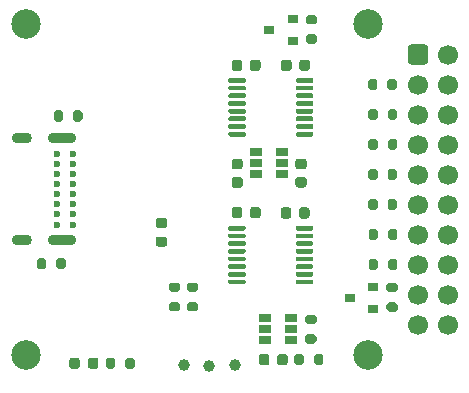
<source format=gts>
G04 #@! TF.GenerationSoftware,KiCad,Pcbnew,(5.1.10-1-10_14)*
G04 #@! TF.CreationDate,2022-01-16T16:12:51+09:00*
G04 #@! TF.ProjectId,ft2232_jtag_tap,66743232-3332-45f6-9a74-61675f746170,rev?*
G04 #@! TF.SameCoordinates,Original*
G04 #@! TF.FileFunction,Soldermask,Top*
G04 #@! TF.FilePolarity,Negative*
%FSLAX46Y46*%
G04 Gerber Fmt 4.6, Leading zero omitted, Abs format (unit mm)*
G04 Created by KiCad (PCBNEW (5.1.10-1-10_14)) date 2022-01-16 16:12:51*
%MOMM*%
%LPD*%
G01*
G04 APERTURE LIST*
%ADD10O,1.700000X0.900000*%
%ADD11O,2.400000X0.900000*%
%ADD12C,0.600000*%
%ADD13R,1.060000X0.650000*%
%ADD14C,1.000000*%
%ADD15R,0.900000X0.800000*%
%ADD16C,1.700000*%
%ADD17C,2.500000*%
G04 APERTURE END LIST*
G36*
G01*
X75865000Y-107875000D02*
X75865000Y-107675000D01*
G75*
G02*
X75965000Y-107575000I100000J0D01*
G01*
X77240000Y-107575000D01*
G75*
G02*
X77340000Y-107675000I0J-100000D01*
G01*
X77340000Y-107875000D01*
G75*
G02*
X77240000Y-107975000I-100000J0D01*
G01*
X75965000Y-107975000D01*
G75*
G02*
X75865000Y-107875000I0J100000D01*
G01*
G37*
G36*
G01*
X75865000Y-108525000D02*
X75865000Y-108325000D01*
G75*
G02*
X75965000Y-108225000I100000J0D01*
G01*
X77240000Y-108225000D01*
G75*
G02*
X77340000Y-108325000I0J-100000D01*
G01*
X77340000Y-108525000D01*
G75*
G02*
X77240000Y-108625000I-100000J0D01*
G01*
X75965000Y-108625000D01*
G75*
G02*
X75865000Y-108525000I0J100000D01*
G01*
G37*
G36*
G01*
X75865000Y-109175000D02*
X75865000Y-108975000D01*
G75*
G02*
X75965000Y-108875000I100000J0D01*
G01*
X77240000Y-108875000D01*
G75*
G02*
X77340000Y-108975000I0J-100000D01*
G01*
X77340000Y-109175000D01*
G75*
G02*
X77240000Y-109275000I-100000J0D01*
G01*
X75965000Y-109275000D01*
G75*
G02*
X75865000Y-109175000I0J100000D01*
G01*
G37*
G36*
G01*
X75865000Y-109825000D02*
X75865000Y-109625000D01*
G75*
G02*
X75965000Y-109525000I100000J0D01*
G01*
X77240000Y-109525000D01*
G75*
G02*
X77340000Y-109625000I0J-100000D01*
G01*
X77340000Y-109825000D01*
G75*
G02*
X77240000Y-109925000I-100000J0D01*
G01*
X75965000Y-109925000D01*
G75*
G02*
X75865000Y-109825000I0J100000D01*
G01*
G37*
G36*
G01*
X75865000Y-110475000D02*
X75865000Y-110275000D01*
G75*
G02*
X75965000Y-110175000I100000J0D01*
G01*
X77240000Y-110175000D01*
G75*
G02*
X77340000Y-110275000I0J-100000D01*
G01*
X77340000Y-110475000D01*
G75*
G02*
X77240000Y-110575000I-100000J0D01*
G01*
X75965000Y-110575000D01*
G75*
G02*
X75865000Y-110475000I0J100000D01*
G01*
G37*
G36*
G01*
X75865000Y-111125000D02*
X75865000Y-110925000D01*
G75*
G02*
X75965000Y-110825000I100000J0D01*
G01*
X77240000Y-110825000D01*
G75*
G02*
X77340000Y-110925000I0J-100000D01*
G01*
X77340000Y-111125000D01*
G75*
G02*
X77240000Y-111225000I-100000J0D01*
G01*
X75965000Y-111225000D01*
G75*
G02*
X75865000Y-111125000I0J100000D01*
G01*
G37*
G36*
G01*
X75865000Y-111775000D02*
X75865000Y-111575000D01*
G75*
G02*
X75965000Y-111475000I100000J0D01*
G01*
X77240000Y-111475000D01*
G75*
G02*
X77340000Y-111575000I0J-100000D01*
G01*
X77340000Y-111775000D01*
G75*
G02*
X77240000Y-111875000I-100000J0D01*
G01*
X75965000Y-111875000D01*
G75*
G02*
X75865000Y-111775000I0J100000D01*
G01*
G37*
G36*
G01*
X75865000Y-112425000D02*
X75865000Y-112225000D01*
G75*
G02*
X75965000Y-112125000I100000J0D01*
G01*
X77240000Y-112125000D01*
G75*
G02*
X77340000Y-112225000I0J-100000D01*
G01*
X77340000Y-112425000D01*
G75*
G02*
X77240000Y-112525000I-100000J0D01*
G01*
X75965000Y-112525000D01*
G75*
G02*
X75865000Y-112425000I0J100000D01*
G01*
G37*
G36*
G01*
X70140000Y-112425000D02*
X70140000Y-112225000D01*
G75*
G02*
X70240000Y-112125000I100000J0D01*
G01*
X71515000Y-112125000D01*
G75*
G02*
X71615000Y-112225000I0J-100000D01*
G01*
X71615000Y-112425000D01*
G75*
G02*
X71515000Y-112525000I-100000J0D01*
G01*
X70240000Y-112525000D01*
G75*
G02*
X70140000Y-112425000I0J100000D01*
G01*
G37*
G36*
G01*
X70140000Y-111775000D02*
X70140000Y-111575000D01*
G75*
G02*
X70240000Y-111475000I100000J0D01*
G01*
X71515000Y-111475000D01*
G75*
G02*
X71615000Y-111575000I0J-100000D01*
G01*
X71615000Y-111775000D01*
G75*
G02*
X71515000Y-111875000I-100000J0D01*
G01*
X70240000Y-111875000D01*
G75*
G02*
X70140000Y-111775000I0J100000D01*
G01*
G37*
G36*
G01*
X70140000Y-111125000D02*
X70140000Y-110925000D01*
G75*
G02*
X70240000Y-110825000I100000J0D01*
G01*
X71515000Y-110825000D01*
G75*
G02*
X71615000Y-110925000I0J-100000D01*
G01*
X71615000Y-111125000D01*
G75*
G02*
X71515000Y-111225000I-100000J0D01*
G01*
X70240000Y-111225000D01*
G75*
G02*
X70140000Y-111125000I0J100000D01*
G01*
G37*
G36*
G01*
X70140000Y-110475000D02*
X70140000Y-110275000D01*
G75*
G02*
X70240000Y-110175000I100000J0D01*
G01*
X71515000Y-110175000D01*
G75*
G02*
X71615000Y-110275000I0J-100000D01*
G01*
X71615000Y-110475000D01*
G75*
G02*
X71515000Y-110575000I-100000J0D01*
G01*
X70240000Y-110575000D01*
G75*
G02*
X70140000Y-110475000I0J100000D01*
G01*
G37*
G36*
G01*
X70140000Y-109825000D02*
X70140000Y-109625000D01*
G75*
G02*
X70240000Y-109525000I100000J0D01*
G01*
X71515000Y-109525000D01*
G75*
G02*
X71615000Y-109625000I0J-100000D01*
G01*
X71615000Y-109825000D01*
G75*
G02*
X71515000Y-109925000I-100000J0D01*
G01*
X70240000Y-109925000D01*
G75*
G02*
X70140000Y-109825000I0J100000D01*
G01*
G37*
G36*
G01*
X70140000Y-109175000D02*
X70140000Y-108975000D01*
G75*
G02*
X70240000Y-108875000I100000J0D01*
G01*
X71515000Y-108875000D01*
G75*
G02*
X71615000Y-108975000I0J-100000D01*
G01*
X71615000Y-109175000D01*
G75*
G02*
X71515000Y-109275000I-100000J0D01*
G01*
X70240000Y-109275000D01*
G75*
G02*
X70140000Y-109175000I0J100000D01*
G01*
G37*
G36*
G01*
X70140000Y-108525000D02*
X70140000Y-108325000D01*
G75*
G02*
X70240000Y-108225000I100000J0D01*
G01*
X71515000Y-108225000D01*
G75*
G02*
X71615000Y-108325000I0J-100000D01*
G01*
X71615000Y-108525000D01*
G75*
G02*
X71515000Y-108625000I-100000J0D01*
G01*
X70240000Y-108625000D01*
G75*
G02*
X70140000Y-108525000I0J100000D01*
G01*
G37*
G36*
G01*
X70140000Y-107875000D02*
X70140000Y-107675000D01*
G75*
G02*
X70240000Y-107575000I100000J0D01*
G01*
X71515000Y-107575000D01*
G75*
G02*
X71615000Y-107675000I0J-100000D01*
G01*
X71615000Y-107875000D01*
G75*
G02*
X71515000Y-107975000I-100000J0D01*
G01*
X70240000Y-107975000D01*
G75*
G02*
X70140000Y-107875000I0J100000D01*
G01*
G37*
G36*
G01*
X64726250Y-120290000D02*
X64213750Y-120290000D01*
G75*
G02*
X63995000Y-120071250I0J218750D01*
G01*
X63995000Y-119633750D01*
G75*
G02*
X64213750Y-119415000I218750J0D01*
G01*
X64726250Y-119415000D01*
G75*
G02*
X64945000Y-119633750I0J-218750D01*
G01*
X64945000Y-120071250D01*
G75*
G02*
X64726250Y-120290000I-218750J0D01*
G01*
G37*
G36*
G01*
X64726250Y-121865000D02*
X64213750Y-121865000D01*
G75*
G02*
X63995000Y-121646250I0J218750D01*
G01*
X63995000Y-121208750D01*
G75*
G02*
X64213750Y-120990000I218750J0D01*
G01*
X64726250Y-120990000D01*
G75*
G02*
X64945000Y-121208750I0J-218750D01*
G01*
X64945000Y-121646250D01*
G75*
G02*
X64726250Y-121865000I-218750J0D01*
G01*
G37*
D10*
X52640000Y-121325000D03*
X52640000Y-112675000D03*
D11*
X56020000Y-121325000D03*
X56020000Y-112675000D03*
D12*
X55650000Y-117425000D03*
X55650000Y-119975000D03*
X55650000Y-119125000D03*
X55650000Y-118275000D03*
X55650000Y-114025000D03*
X55650000Y-115725000D03*
X55650000Y-116575000D03*
X55650000Y-114875000D03*
X57000000Y-119975000D03*
X57000000Y-119125000D03*
X57000000Y-118275000D03*
X57000000Y-117425000D03*
X57000000Y-116575000D03*
X57000000Y-115725000D03*
X57000000Y-114875000D03*
X57000000Y-114025000D03*
D13*
X72484000Y-114752000D03*
X72484000Y-115702000D03*
X72484000Y-113802000D03*
X74684000Y-113802000D03*
X74684000Y-114752000D03*
X74684000Y-115702000D03*
G36*
G01*
X75845000Y-120385000D02*
X75845000Y-120185000D01*
G75*
G02*
X75945000Y-120085000I100000J0D01*
G01*
X77220000Y-120085000D01*
G75*
G02*
X77320000Y-120185000I0J-100000D01*
G01*
X77320000Y-120385000D01*
G75*
G02*
X77220000Y-120485000I-100000J0D01*
G01*
X75945000Y-120485000D01*
G75*
G02*
X75845000Y-120385000I0J100000D01*
G01*
G37*
G36*
G01*
X75845000Y-121035000D02*
X75845000Y-120835000D01*
G75*
G02*
X75945000Y-120735000I100000J0D01*
G01*
X77220000Y-120735000D01*
G75*
G02*
X77320000Y-120835000I0J-100000D01*
G01*
X77320000Y-121035000D01*
G75*
G02*
X77220000Y-121135000I-100000J0D01*
G01*
X75945000Y-121135000D01*
G75*
G02*
X75845000Y-121035000I0J100000D01*
G01*
G37*
G36*
G01*
X75845000Y-121685000D02*
X75845000Y-121485000D01*
G75*
G02*
X75945000Y-121385000I100000J0D01*
G01*
X77220000Y-121385000D01*
G75*
G02*
X77320000Y-121485000I0J-100000D01*
G01*
X77320000Y-121685000D01*
G75*
G02*
X77220000Y-121785000I-100000J0D01*
G01*
X75945000Y-121785000D01*
G75*
G02*
X75845000Y-121685000I0J100000D01*
G01*
G37*
G36*
G01*
X75845000Y-122335000D02*
X75845000Y-122135000D01*
G75*
G02*
X75945000Y-122035000I100000J0D01*
G01*
X77220000Y-122035000D01*
G75*
G02*
X77320000Y-122135000I0J-100000D01*
G01*
X77320000Y-122335000D01*
G75*
G02*
X77220000Y-122435000I-100000J0D01*
G01*
X75945000Y-122435000D01*
G75*
G02*
X75845000Y-122335000I0J100000D01*
G01*
G37*
G36*
G01*
X75845000Y-122985000D02*
X75845000Y-122785000D01*
G75*
G02*
X75945000Y-122685000I100000J0D01*
G01*
X77220000Y-122685000D01*
G75*
G02*
X77320000Y-122785000I0J-100000D01*
G01*
X77320000Y-122985000D01*
G75*
G02*
X77220000Y-123085000I-100000J0D01*
G01*
X75945000Y-123085000D01*
G75*
G02*
X75845000Y-122985000I0J100000D01*
G01*
G37*
G36*
G01*
X75845000Y-123635000D02*
X75845000Y-123435000D01*
G75*
G02*
X75945000Y-123335000I100000J0D01*
G01*
X77220000Y-123335000D01*
G75*
G02*
X77320000Y-123435000I0J-100000D01*
G01*
X77320000Y-123635000D01*
G75*
G02*
X77220000Y-123735000I-100000J0D01*
G01*
X75945000Y-123735000D01*
G75*
G02*
X75845000Y-123635000I0J100000D01*
G01*
G37*
G36*
G01*
X75845000Y-124285000D02*
X75845000Y-124085000D01*
G75*
G02*
X75945000Y-123985000I100000J0D01*
G01*
X77220000Y-123985000D01*
G75*
G02*
X77320000Y-124085000I0J-100000D01*
G01*
X77320000Y-124285000D01*
G75*
G02*
X77220000Y-124385000I-100000J0D01*
G01*
X75945000Y-124385000D01*
G75*
G02*
X75845000Y-124285000I0J100000D01*
G01*
G37*
G36*
G01*
X75845000Y-124935000D02*
X75845000Y-124735000D01*
G75*
G02*
X75945000Y-124635000I100000J0D01*
G01*
X77220000Y-124635000D01*
G75*
G02*
X77320000Y-124735000I0J-100000D01*
G01*
X77320000Y-124935000D01*
G75*
G02*
X77220000Y-125035000I-100000J0D01*
G01*
X75945000Y-125035000D01*
G75*
G02*
X75845000Y-124935000I0J100000D01*
G01*
G37*
G36*
G01*
X70120000Y-124935000D02*
X70120000Y-124735000D01*
G75*
G02*
X70220000Y-124635000I100000J0D01*
G01*
X71495000Y-124635000D01*
G75*
G02*
X71595000Y-124735000I0J-100000D01*
G01*
X71595000Y-124935000D01*
G75*
G02*
X71495000Y-125035000I-100000J0D01*
G01*
X70220000Y-125035000D01*
G75*
G02*
X70120000Y-124935000I0J100000D01*
G01*
G37*
G36*
G01*
X70120000Y-124285000D02*
X70120000Y-124085000D01*
G75*
G02*
X70220000Y-123985000I100000J0D01*
G01*
X71495000Y-123985000D01*
G75*
G02*
X71595000Y-124085000I0J-100000D01*
G01*
X71595000Y-124285000D01*
G75*
G02*
X71495000Y-124385000I-100000J0D01*
G01*
X70220000Y-124385000D01*
G75*
G02*
X70120000Y-124285000I0J100000D01*
G01*
G37*
G36*
G01*
X70120000Y-123635000D02*
X70120000Y-123435000D01*
G75*
G02*
X70220000Y-123335000I100000J0D01*
G01*
X71495000Y-123335000D01*
G75*
G02*
X71595000Y-123435000I0J-100000D01*
G01*
X71595000Y-123635000D01*
G75*
G02*
X71495000Y-123735000I-100000J0D01*
G01*
X70220000Y-123735000D01*
G75*
G02*
X70120000Y-123635000I0J100000D01*
G01*
G37*
G36*
G01*
X70120000Y-122985000D02*
X70120000Y-122785000D01*
G75*
G02*
X70220000Y-122685000I100000J0D01*
G01*
X71495000Y-122685000D01*
G75*
G02*
X71595000Y-122785000I0J-100000D01*
G01*
X71595000Y-122985000D01*
G75*
G02*
X71495000Y-123085000I-100000J0D01*
G01*
X70220000Y-123085000D01*
G75*
G02*
X70120000Y-122985000I0J100000D01*
G01*
G37*
G36*
G01*
X70120000Y-122335000D02*
X70120000Y-122135000D01*
G75*
G02*
X70220000Y-122035000I100000J0D01*
G01*
X71495000Y-122035000D01*
G75*
G02*
X71595000Y-122135000I0J-100000D01*
G01*
X71595000Y-122335000D01*
G75*
G02*
X71495000Y-122435000I-100000J0D01*
G01*
X70220000Y-122435000D01*
G75*
G02*
X70120000Y-122335000I0J100000D01*
G01*
G37*
G36*
G01*
X70120000Y-121685000D02*
X70120000Y-121485000D01*
G75*
G02*
X70220000Y-121385000I100000J0D01*
G01*
X71495000Y-121385000D01*
G75*
G02*
X71595000Y-121485000I0J-100000D01*
G01*
X71595000Y-121685000D01*
G75*
G02*
X71495000Y-121785000I-100000J0D01*
G01*
X70220000Y-121785000D01*
G75*
G02*
X70120000Y-121685000I0J100000D01*
G01*
G37*
G36*
G01*
X70120000Y-121035000D02*
X70120000Y-120835000D01*
G75*
G02*
X70220000Y-120735000I100000J0D01*
G01*
X71495000Y-120735000D01*
G75*
G02*
X71595000Y-120835000I0J-100000D01*
G01*
X71595000Y-121035000D01*
G75*
G02*
X71495000Y-121135000I-100000J0D01*
G01*
X70220000Y-121135000D01*
G75*
G02*
X70120000Y-121035000I0J100000D01*
G01*
G37*
G36*
G01*
X70120000Y-120385000D02*
X70120000Y-120185000D01*
G75*
G02*
X70220000Y-120085000I100000J0D01*
G01*
X71495000Y-120085000D01*
G75*
G02*
X71595000Y-120185000I0J-100000D01*
G01*
X71595000Y-120385000D01*
G75*
G02*
X71495000Y-120485000I-100000J0D01*
G01*
X70220000Y-120485000D01*
G75*
G02*
X70120000Y-120385000I0J100000D01*
G01*
G37*
D14*
X68500000Y-131930000D03*
X66400000Y-131910000D03*
X70670000Y-131910000D03*
G36*
G01*
X83635000Y-110935000D02*
X83635000Y-110385000D01*
G75*
G02*
X83835000Y-110185000I200000J0D01*
G01*
X84235000Y-110185000D01*
G75*
G02*
X84435000Y-110385000I0J-200000D01*
G01*
X84435000Y-110935000D01*
G75*
G02*
X84235000Y-111135000I-200000J0D01*
G01*
X83835000Y-111135000D01*
G75*
G02*
X83635000Y-110935000I0J200000D01*
G01*
G37*
G36*
G01*
X81985000Y-110935000D02*
X81985000Y-110385000D01*
G75*
G02*
X82185000Y-110185000I200000J0D01*
G01*
X82585000Y-110185000D01*
G75*
G02*
X82785000Y-110385000I0J-200000D01*
G01*
X82785000Y-110935000D01*
G75*
G02*
X82585000Y-111135000I-200000J0D01*
G01*
X82185000Y-111135000D01*
G75*
G02*
X81985000Y-110935000I0J200000D01*
G01*
G37*
G36*
G01*
X83655000Y-121105000D02*
X83655000Y-120555000D01*
G75*
G02*
X83855000Y-120355000I200000J0D01*
G01*
X84255000Y-120355000D01*
G75*
G02*
X84455000Y-120555000I0J-200000D01*
G01*
X84455000Y-121105000D01*
G75*
G02*
X84255000Y-121305000I-200000J0D01*
G01*
X83855000Y-121305000D01*
G75*
G02*
X83655000Y-121105000I0J200000D01*
G01*
G37*
G36*
G01*
X82005000Y-121105000D02*
X82005000Y-120555000D01*
G75*
G02*
X82205000Y-120355000I200000J0D01*
G01*
X82605000Y-120355000D01*
G75*
G02*
X82805000Y-120555000I0J-200000D01*
G01*
X82805000Y-121105000D01*
G75*
G02*
X82605000Y-121305000I-200000J0D01*
G01*
X82205000Y-121305000D01*
G75*
G02*
X82005000Y-121105000I0J200000D01*
G01*
G37*
G36*
G01*
X83645000Y-113465000D02*
X83645000Y-112915000D01*
G75*
G02*
X83845000Y-112715000I200000J0D01*
G01*
X84245000Y-112715000D01*
G75*
G02*
X84445000Y-112915000I0J-200000D01*
G01*
X84445000Y-113465000D01*
G75*
G02*
X84245000Y-113665000I-200000J0D01*
G01*
X83845000Y-113665000D01*
G75*
G02*
X83645000Y-113465000I0J200000D01*
G01*
G37*
G36*
G01*
X81995000Y-113465000D02*
X81995000Y-112915000D01*
G75*
G02*
X82195000Y-112715000I200000J0D01*
G01*
X82595000Y-112715000D01*
G75*
G02*
X82795000Y-112915000I0J-200000D01*
G01*
X82795000Y-113465000D01*
G75*
G02*
X82595000Y-113665000I-200000J0D01*
G01*
X82195000Y-113665000D01*
G75*
G02*
X81995000Y-113465000I0J200000D01*
G01*
G37*
G36*
G01*
X83625000Y-116015000D02*
X83625000Y-115465000D01*
G75*
G02*
X83825000Y-115265000I200000J0D01*
G01*
X84225000Y-115265000D01*
G75*
G02*
X84425000Y-115465000I0J-200000D01*
G01*
X84425000Y-116015000D01*
G75*
G02*
X84225000Y-116215000I-200000J0D01*
G01*
X83825000Y-116215000D01*
G75*
G02*
X83625000Y-116015000I0J200000D01*
G01*
G37*
G36*
G01*
X81975000Y-116015000D02*
X81975000Y-115465000D01*
G75*
G02*
X82175000Y-115265000I200000J0D01*
G01*
X82575000Y-115265000D01*
G75*
G02*
X82775000Y-115465000I0J-200000D01*
G01*
X82775000Y-116015000D01*
G75*
G02*
X82575000Y-116215000I-200000J0D01*
G01*
X82175000Y-116215000D01*
G75*
G02*
X81975000Y-116015000I0J200000D01*
G01*
G37*
G36*
G01*
X83625000Y-118555000D02*
X83625000Y-118005000D01*
G75*
G02*
X83825000Y-117805000I200000J0D01*
G01*
X84225000Y-117805000D01*
G75*
G02*
X84425000Y-118005000I0J-200000D01*
G01*
X84425000Y-118555000D01*
G75*
G02*
X84225000Y-118755000I-200000J0D01*
G01*
X83825000Y-118755000D01*
G75*
G02*
X83625000Y-118555000I0J200000D01*
G01*
G37*
G36*
G01*
X81975000Y-118555000D02*
X81975000Y-118005000D01*
G75*
G02*
X82175000Y-117805000I200000J0D01*
G01*
X82575000Y-117805000D01*
G75*
G02*
X82775000Y-118005000I0J-200000D01*
G01*
X82775000Y-118555000D01*
G75*
G02*
X82575000Y-118755000I-200000J0D01*
G01*
X82175000Y-118755000D01*
G75*
G02*
X81975000Y-118555000I0J200000D01*
G01*
G37*
G36*
G01*
X83655000Y-123635000D02*
X83655000Y-123085000D01*
G75*
G02*
X83855000Y-122885000I200000J0D01*
G01*
X84255000Y-122885000D01*
G75*
G02*
X84455000Y-123085000I0J-200000D01*
G01*
X84455000Y-123635000D01*
G75*
G02*
X84255000Y-123835000I-200000J0D01*
G01*
X83855000Y-123835000D01*
G75*
G02*
X83655000Y-123635000I0J200000D01*
G01*
G37*
G36*
G01*
X82005000Y-123635000D02*
X82005000Y-123085000D01*
G75*
G02*
X82205000Y-122885000I200000J0D01*
G01*
X82605000Y-122885000D01*
G75*
G02*
X82805000Y-123085000I0J-200000D01*
G01*
X82805000Y-123635000D01*
G75*
G02*
X82605000Y-123835000I-200000J0D01*
G01*
X82205000Y-123835000D01*
G75*
G02*
X82005000Y-123635000I0J200000D01*
G01*
G37*
G36*
G01*
X83605000Y-108395000D02*
X83605000Y-107845000D01*
G75*
G02*
X83805000Y-107645000I200000J0D01*
G01*
X84205000Y-107645000D01*
G75*
G02*
X84405000Y-107845000I0J-200000D01*
G01*
X84405000Y-108395000D01*
G75*
G02*
X84205000Y-108595000I-200000J0D01*
G01*
X83805000Y-108595000D01*
G75*
G02*
X83605000Y-108395000I0J200000D01*
G01*
G37*
G36*
G01*
X81955000Y-108395000D02*
X81955000Y-107845000D01*
G75*
G02*
X82155000Y-107645000I200000J0D01*
G01*
X82555000Y-107645000D01*
G75*
G02*
X82755000Y-107845000I0J-200000D01*
G01*
X82755000Y-108395000D01*
G75*
G02*
X82555000Y-108595000I-200000J0D01*
G01*
X82155000Y-108595000D01*
G75*
G02*
X81955000Y-108395000I0J200000D01*
G01*
G37*
G36*
G01*
X83725000Y-126565000D02*
X84275000Y-126565000D01*
G75*
G02*
X84475000Y-126765000I0J-200000D01*
G01*
X84475000Y-127165000D01*
G75*
G02*
X84275000Y-127365000I-200000J0D01*
G01*
X83725000Y-127365000D01*
G75*
G02*
X83525000Y-127165000I0J200000D01*
G01*
X83525000Y-126765000D01*
G75*
G02*
X83725000Y-126565000I200000J0D01*
G01*
G37*
G36*
G01*
X83725000Y-124915000D02*
X84275000Y-124915000D01*
G75*
G02*
X84475000Y-125115000I0J-200000D01*
G01*
X84475000Y-125515000D01*
G75*
G02*
X84275000Y-125715000I-200000J0D01*
G01*
X83725000Y-125715000D01*
G75*
G02*
X83525000Y-125515000I0J200000D01*
G01*
X83525000Y-125115000D01*
G75*
G02*
X83725000Y-124915000I200000J0D01*
G01*
G37*
G36*
G01*
X76895000Y-103885000D02*
X77445000Y-103885000D01*
G75*
G02*
X77645000Y-104085000I0J-200000D01*
G01*
X77645000Y-104485000D01*
G75*
G02*
X77445000Y-104685000I-200000J0D01*
G01*
X76895000Y-104685000D01*
G75*
G02*
X76695000Y-104485000I0J200000D01*
G01*
X76695000Y-104085000D01*
G75*
G02*
X76895000Y-103885000I200000J0D01*
G01*
G37*
G36*
G01*
X76895000Y-102235000D02*
X77445000Y-102235000D01*
G75*
G02*
X77645000Y-102435000I0J-200000D01*
G01*
X77645000Y-102835000D01*
G75*
G02*
X77445000Y-103035000I-200000J0D01*
G01*
X76895000Y-103035000D01*
G75*
G02*
X76695000Y-102835000I0J200000D01*
G01*
X76695000Y-102435000D01*
G75*
G02*
X76895000Y-102235000I200000J0D01*
G01*
G37*
D15*
X80410000Y-126210000D03*
X82410000Y-125260000D03*
X82410000Y-127160000D03*
X73610000Y-103500000D03*
X75610000Y-102550000D03*
X75610000Y-104450000D03*
D13*
X73250000Y-128810000D03*
X73250000Y-129760000D03*
X73250000Y-127860000D03*
X75450000Y-127860000D03*
X75450000Y-128810000D03*
X75450000Y-129760000D03*
G36*
G01*
X65295000Y-126535000D02*
X65845000Y-126535000D01*
G75*
G02*
X66045000Y-126735000I0J-200000D01*
G01*
X66045000Y-127135000D01*
G75*
G02*
X65845000Y-127335000I-200000J0D01*
G01*
X65295000Y-127335000D01*
G75*
G02*
X65095000Y-127135000I0J200000D01*
G01*
X65095000Y-126735000D01*
G75*
G02*
X65295000Y-126535000I200000J0D01*
G01*
G37*
G36*
G01*
X65295000Y-124885000D02*
X65845000Y-124885000D01*
G75*
G02*
X66045000Y-125085000I0J-200000D01*
G01*
X66045000Y-125485000D01*
G75*
G02*
X65845000Y-125685000I-200000J0D01*
G01*
X65295000Y-125685000D01*
G75*
G02*
X65095000Y-125485000I0J200000D01*
G01*
X65095000Y-125085000D01*
G75*
G02*
X65295000Y-124885000I200000J0D01*
G01*
G37*
G36*
G01*
X76855000Y-129265000D02*
X77405000Y-129265000D01*
G75*
G02*
X77605000Y-129465000I0J-200000D01*
G01*
X77605000Y-129865000D01*
G75*
G02*
X77405000Y-130065000I-200000J0D01*
G01*
X76855000Y-130065000D01*
G75*
G02*
X76655000Y-129865000I0J200000D01*
G01*
X76655000Y-129465000D01*
G75*
G02*
X76855000Y-129265000I200000J0D01*
G01*
G37*
G36*
G01*
X76855000Y-127615000D02*
X77405000Y-127615000D01*
G75*
G02*
X77605000Y-127815000I0J-200000D01*
G01*
X77605000Y-128215000D01*
G75*
G02*
X77405000Y-128415000I-200000J0D01*
G01*
X76855000Y-128415000D01*
G75*
G02*
X76655000Y-128215000I0J200000D01*
G01*
X76655000Y-127815000D01*
G75*
G02*
X76855000Y-127615000I200000J0D01*
G01*
G37*
G36*
G01*
X76535000Y-131135000D02*
X76535000Y-131685000D01*
G75*
G02*
X76335000Y-131885000I-200000J0D01*
G01*
X75935000Y-131885000D01*
G75*
G02*
X75735000Y-131685000I0J200000D01*
G01*
X75735000Y-131135000D01*
G75*
G02*
X75935000Y-130935000I200000J0D01*
G01*
X76335000Y-130935000D01*
G75*
G02*
X76535000Y-131135000I0J-200000D01*
G01*
G37*
G36*
G01*
X78185000Y-131135000D02*
X78185000Y-131685000D01*
G75*
G02*
X77985000Y-131885000I-200000J0D01*
G01*
X77585000Y-131885000D01*
G75*
G02*
X77385000Y-131685000I0J200000D01*
G01*
X77385000Y-131135000D01*
G75*
G02*
X77585000Y-130935000I200000J0D01*
G01*
X77985000Y-130935000D01*
G75*
G02*
X78185000Y-131135000I0J-200000D01*
G01*
G37*
G36*
G01*
X66825000Y-126535000D02*
X67375000Y-126535000D01*
G75*
G02*
X67575000Y-126735000I0J-200000D01*
G01*
X67575000Y-127135000D01*
G75*
G02*
X67375000Y-127335000I-200000J0D01*
G01*
X66825000Y-127335000D01*
G75*
G02*
X66625000Y-127135000I0J200000D01*
G01*
X66625000Y-126735000D01*
G75*
G02*
X66825000Y-126535000I200000J0D01*
G01*
G37*
G36*
G01*
X66825000Y-124885000D02*
X67375000Y-124885000D01*
G75*
G02*
X67575000Y-125085000I0J-200000D01*
G01*
X67575000Y-125485000D01*
G75*
G02*
X67375000Y-125685000I-200000J0D01*
G01*
X66825000Y-125685000D01*
G75*
G02*
X66625000Y-125485000I0J200000D01*
G01*
X66625000Y-125085000D01*
G75*
G02*
X66825000Y-124885000I200000J0D01*
G01*
G37*
G36*
G01*
X54715000Y-123025000D02*
X54715000Y-123575000D01*
G75*
G02*
X54515000Y-123775000I-200000J0D01*
G01*
X54115000Y-123775000D01*
G75*
G02*
X53915000Y-123575000I0J200000D01*
G01*
X53915000Y-123025000D01*
G75*
G02*
X54115000Y-122825000I200000J0D01*
G01*
X54515000Y-122825000D01*
G75*
G02*
X54715000Y-123025000I0J-200000D01*
G01*
G37*
G36*
G01*
X56365000Y-123025000D02*
X56365000Y-123575000D01*
G75*
G02*
X56165000Y-123775000I-200000J0D01*
G01*
X55765000Y-123775000D01*
G75*
G02*
X55565000Y-123575000I0J200000D01*
G01*
X55565000Y-123025000D01*
G75*
G02*
X55765000Y-122825000I200000J0D01*
G01*
X56165000Y-122825000D01*
G75*
G02*
X56365000Y-123025000I0J-200000D01*
G01*
G37*
G36*
G01*
X56995000Y-111065000D02*
X56995000Y-110515000D01*
G75*
G02*
X57195000Y-110315000I200000J0D01*
G01*
X57595000Y-110315000D01*
G75*
G02*
X57795000Y-110515000I0J-200000D01*
G01*
X57795000Y-111065000D01*
G75*
G02*
X57595000Y-111265000I-200000J0D01*
G01*
X57195000Y-111265000D01*
G75*
G02*
X56995000Y-111065000I0J200000D01*
G01*
G37*
G36*
G01*
X55345000Y-111065000D02*
X55345000Y-110515000D01*
G75*
G02*
X55545000Y-110315000I200000J0D01*
G01*
X55945000Y-110315000D01*
G75*
G02*
X56145000Y-110515000I0J-200000D01*
G01*
X56145000Y-111065000D01*
G75*
G02*
X55945000Y-111265000I-200000J0D01*
G01*
X55545000Y-111265000D01*
G75*
G02*
X55345000Y-111065000I0J200000D01*
G01*
G37*
G36*
G01*
X61395000Y-131995000D02*
X61395000Y-131445000D01*
G75*
G02*
X61595000Y-131245000I200000J0D01*
G01*
X61995000Y-131245000D01*
G75*
G02*
X62195000Y-131445000I0J-200000D01*
G01*
X62195000Y-131995000D01*
G75*
G02*
X61995000Y-132195000I-200000J0D01*
G01*
X61595000Y-132195000D01*
G75*
G02*
X61395000Y-131995000I0J200000D01*
G01*
G37*
G36*
G01*
X59745000Y-131995000D02*
X59745000Y-131445000D01*
G75*
G02*
X59945000Y-131245000I200000J0D01*
G01*
X60345000Y-131245000D01*
G75*
G02*
X60545000Y-131445000I0J-200000D01*
G01*
X60545000Y-131995000D01*
G75*
G02*
X60345000Y-132195000I-200000J0D01*
G01*
X59945000Y-132195000D01*
G75*
G02*
X59745000Y-131995000I0J200000D01*
G01*
G37*
D16*
X88740000Y-128440000D03*
X88740000Y-125900000D03*
X88740000Y-123360000D03*
X88740000Y-120820000D03*
X88740000Y-118280000D03*
X88740000Y-115740000D03*
X88740000Y-113200000D03*
X88740000Y-110660000D03*
X88740000Y-108120000D03*
X88740000Y-105580000D03*
X86200000Y-128440000D03*
X86200000Y-125900000D03*
X86200000Y-123360000D03*
X86200000Y-120820000D03*
X86200000Y-118280000D03*
X86200000Y-115740000D03*
X86200000Y-113200000D03*
X86200000Y-110660000D03*
X86200000Y-108120000D03*
G36*
G01*
X85350000Y-106180000D02*
X85350000Y-104980000D01*
G75*
G02*
X85600000Y-104730000I250000J0D01*
G01*
X86800000Y-104730000D01*
G75*
G02*
X87050000Y-104980000I0J-250000D01*
G01*
X87050000Y-106180000D01*
G75*
G02*
X86800000Y-106430000I-250000J0D01*
G01*
X85600000Y-106430000D01*
G75*
G02*
X85350000Y-106180000I0J250000D01*
G01*
G37*
D17*
X82000000Y-131000000D03*
X82000000Y-103000000D03*
X53000000Y-131000000D03*
X53000000Y-103000000D03*
G36*
G01*
X58250000Y-131976250D02*
X58250000Y-131463750D01*
G75*
G02*
X58468750Y-131245000I218750J0D01*
G01*
X58906250Y-131245000D01*
G75*
G02*
X59125000Y-131463750I0J-218750D01*
G01*
X59125000Y-131976250D01*
G75*
G02*
X58906250Y-132195000I-218750J0D01*
G01*
X58468750Y-132195000D01*
G75*
G02*
X58250000Y-131976250I0J218750D01*
G01*
G37*
G36*
G01*
X56675000Y-131976250D02*
X56675000Y-131463750D01*
G75*
G02*
X56893750Y-131245000I218750J0D01*
G01*
X57331250Y-131245000D01*
G75*
G02*
X57550000Y-131463750I0J-218750D01*
G01*
X57550000Y-131976250D01*
G75*
G02*
X57331250Y-132195000I-218750J0D01*
G01*
X56893750Y-132195000D01*
G75*
G02*
X56675000Y-131976250I0J218750D01*
G01*
G37*
G36*
G01*
X76040000Y-115955000D02*
X76540000Y-115955000D01*
G75*
G02*
X76765000Y-116180000I0J-225000D01*
G01*
X76765000Y-116630000D01*
G75*
G02*
X76540000Y-116855000I-225000J0D01*
G01*
X76040000Y-116855000D01*
G75*
G02*
X75815000Y-116630000I0J225000D01*
G01*
X75815000Y-116180000D01*
G75*
G02*
X76040000Y-115955000I225000J0D01*
G01*
G37*
G36*
G01*
X76040000Y-114405000D02*
X76540000Y-114405000D01*
G75*
G02*
X76765000Y-114630000I0J-225000D01*
G01*
X76765000Y-115080000D01*
G75*
G02*
X76540000Y-115305000I-225000J0D01*
G01*
X76040000Y-115305000D01*
G75*
G02*
X75815000Y-115080000I0J225000D01*
G01*
X75815000Y-114630000D01*
G75*
G02*
X76040000Y-114405000I225000J0D01*
G01*
G37*
G36*
G01*
X71130000Y-115315000D02*
X70630000Y-115315000D01*
G75*
G02*
X70405000Y-115090000I0J225000D01*
G01*
X70405000Y-114640000D01*
G75*
G02*
X70630000Y-114415000I225000J0D01*
G01*
X71130000Y-114415000D01*
G75*
G02*
X71355000Y-114640000I0J-225000D01*
G01*
X71355000Y-115090000D01*
G75*
G02*
X71130000Y-115315000I-225000J0D01*
G01*
G37*
G36*
G01*
X71130000Y-116865000D02*
X70630000Y-116865000D01*
G75*
G02*
X70405000Y-116640000I0J225000D01*
G01*
X70405000Y-116190000D01*
G75*
G02*
X70630000Y-115965000I225000J0D01*
G01*
X71130000Y-115965000D01*
G75*
G02*
X71355000Y-116190000I0J-225000D01*
G01*
X71355000Y-116640000D01*
G75*
G02*
X71130000Y-116865000I-225000J0D01*
G01*
G37*
G36*
G01*
X76115000Y-119250000D02*
X76115000Y-118750000D01*
G75*
G02*
X76340000Y-118525000I225000J0D01*
G01*
X76790000Y-118525000D01*
G75*
G02*
X77015000Y-118750000I0J-225000D01*
G01*
X77015000Y-119250000D01*
G75*
G02*
X76790000Y-119475000I-225000J0D01*
G01*
X76340000Y-119475000D01*
G75*
G02*
X76115000Y-119250000I0J225000D01*
G01*
G37*
G36*
G01*
X74565000Y-119250000D02*
X74565000Y-118750000D01*
G75*
G02*
X74790000Y-118525000I225000J0D01*
G01*
X75240000Y-118525000D01*
G75*
G02*
X75465000Y-118750000I0J-225000D01*
G01*
X75465000Y-119250000D01*
G75*
G02*
X75240000Y-119475000I-225000J0D01*
G01*
X74790000Y-119475000D01*
G75*
G02*
X74565000Y-119250000I0J225000D01*
G01*
G37*
G36*
G01*
X76145000Y-106750000D02*
X76145000Y-106250000D01*
G75*
G02*
X76370000Y-106025000I225000J0D01*
G01*
X76820000Y-106025000D01*
G75*
G02*
X77045000Y-106250000I0J-225000D01*
G01*
X77045000Y-106750000D01*
G75*
G02*
X76820000Y-106975000I-225000J0D01*
G01*
X76370000Y-106975000D01*
G75*
G02*
X76145000Y-106750000I0J225000D01*
G01*
G37*
G36*
G01*
X74595000Y-106750000D02*
X74595000Y-106250000D01*
G75*
G02*
X74820000Y-106025000I225000J0D01*
G01*
X75270000Y-106025000D01*
G75*
G02*
X75495000Y-106250000I0J-225000D01*
G01*
X75495000Y-106750000D01*
G75*
G02*
X75270000Y-106975000I-225000J0D01*
G01*
X74820000Y-106975000D01*
G75*
G02*
X74595000Y-106750000I0J225000D01*
G01*
G37*
G36*
G01*
X71975000Y-119210000D02*
X71975000Y-118710000D01*
G75*
G02*
X72200000Y-118485000I225000J0D01*
G01*
X72650000Y-118485000D01*
G75*
G02*
X72875000Y-118710000I0J-225000D01*
G01*
X72875000Y-119210000D01*
G75*
G02*
X72650000Y-119435000I-225000J0D01*
G01*
X72200000Y-119435000D01*
G75*
G02*
X71975000Y-119210000I0J225000D01*
G01*
G37*
G36*
G01*
X70425000Y-119210000D02*
X70425000Y-118710000D01*
G75*
G02*
X70650000Y-118485000I225000J0D01*
G01*
X71100000Y-118485000D01*
G75*
G02*
X71325000Y-118710000I0J-225000D01*
G01*
X71325000Y-119210000D01*
G75*
G02*
X71100000Y-119435000I-225000J0D01*
G01*
X70650000Y-119435000D01*
G75*
G02*
X70425000Y-119210000I0J225000D01*
G01*
G37*
G36*
G01*
X71965000Y-106750000D02*
X71965000Y-106250000D01*
G75*
G02*
X72190000Y-106025000I225000J0D01*
G01*
X72640000Y-106025000D01*
G75*
G02*
X72865000Y-106250000I0J-225000D01*
G01*
X72865000Y-106750000D01*
G75*
G02*
X72640000Y-106975000I-225000J0D01*
G01*
X72190000Y-106975000D01*
G75*
G02*
X71965000Y-106750000I0J225000D01*
G01*
G37*
G36*
G01*
X70415000Y-106750000D02*
X70415000Y-106250000D01*
G75*
G02*
X70640000Y-106025000I225000J0D01*
G01*
X71090000Y-106025000D01*
G75*
G02*
X71315000Y-106250000I0J-225000D01*
G01*
X71315000Y-106750000D01*
G75*
G02*
X71090000Y-106975000I-225000J0D01*
G01*
X70640000Y-106975000D01*
G75*
G02*
X70415000Y-106750000I0J225000D01*
G01*
G37*
G36*
G01*
X74265000Y-131670000D02*
X74265000Y-131170000D01*
G75*
G02*
X74490000Y-130945000I225000J0D01*
G01*
X74940000Y-130945000D01*
G75*
G02*
X75165000Y-131170000I0J-225000D01*
G01*
X75165000Y-131670000D01*
G75*
G02*
X74940000Y-131895000I-225000J0D01*
G01*
X74490000Y-131895000D01*
G75*
G02*
X74265000Y-131670000I0J225000D01*
G01*
G37*
G36*
G01*
X72715000Y-131670000D02*
X72715000Y-131170000D01*
G75*
G02*
X72940000Y-130945000I225000J0D01*
G01*
X73390000Y-130945000D01*
G75*
G02*
X73615000Y-131170000I0J-225000D01*
G01*
X73615000Y-131670000D01*
G75*
G02*
X73390000Y-131895000I-225000J0D01*
G01*
X72940000Y-131895000D01*
G75*
G02*
X72715000Y-131670000I0J225000D01*
G01*
G37*
M02*

</source>
